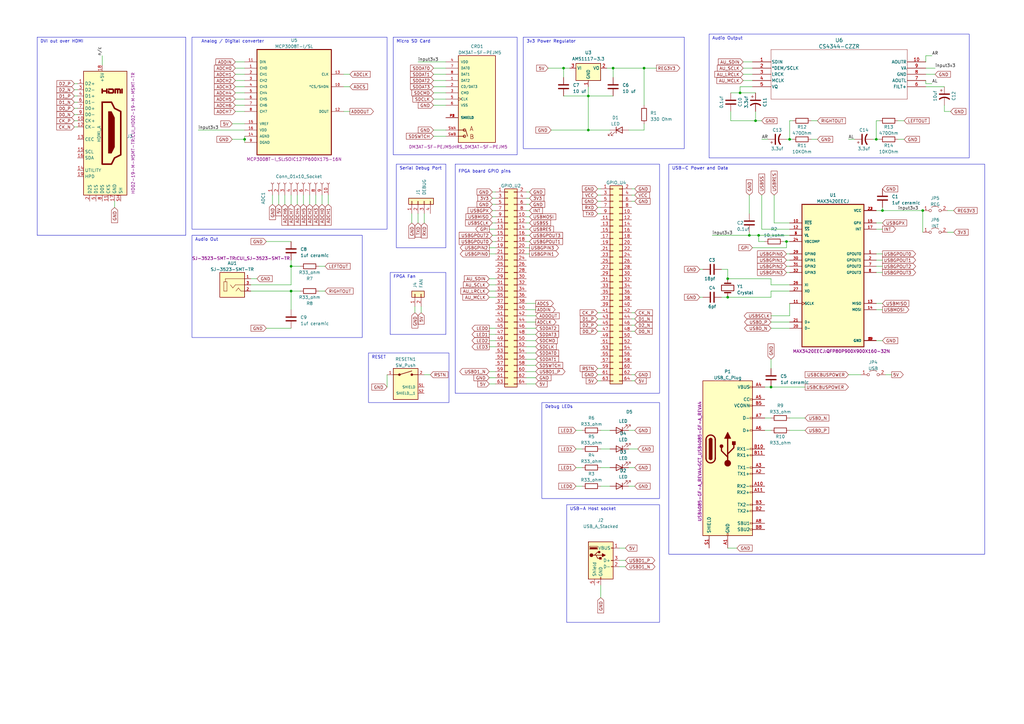
<source format=kicad_sch>
(kicad_sch (version 20230121) (generator eeschema)
  (paper "A3")
  (junction (at 100.33 57.15))
  (junction (at 298.45 121.92))
  (junction (at 359.41 57.15))
  (junction (at 241.3 39.37))
  (junction (at 322.58 99.06))
  (junction (at 231.14 27.94))
  (junction (at 119.38 109.22))
  (junction (at 251.46 27.94))
  (junction (at 303.53 38.1))
  (junction (at 323.85 57.15))
  (junction (at 264.16 27.94))
  (junction (at 298.45 114.3))
  (junction (at 119.38 119.38))
  (junction (at 307.34 96.52))
  (junction (at 241.3 53.34))
  (junction (at 361.95 86.36))
  (junction (at 311.15 96.52))
  (junction (at 378.46 86.36))
  (junction (at 309.88 49.53))
  (junction (at 316.23 158.75))
  (wire (pts (xy 299.72 49.53) (xy 309.88 49.53)))
  (wire (pts (xy 257.81 184.15) (xy 261.62 184.15)))
  (wire (pts (xy 203.2 93.98) (xy 200.66 93.98)))
  (wire (pts (xy 219.71 124.46) (xy 215.9 124.46)))
  (wire (pts (xy 347.98 57.15) (xy 350.52 57.15)))
  (wire (pts (xy 322.58 106.68) (xy 323.85 106.68)))
  (wire (pts (xy 171.45 25.4) (xy 182.88 25.4)))
  (wire (pts (xy 254 224.79) (xy 256.54 224.79)))
  (wire (pts (xy 322.58 111.76) (xy 323.85 111.76)))
  (wire (pts (xy 133.35 109.22) (xy 130.81 109.22)))
  (wire (pts (xy 257.81 53.34) (xy 264.16 53.34)))
  (wire (pts (xy 109.22 134.62) (xy 119.38 134.62)))
  (wire (pts (xy 219.71 139.7) (xy 215.9 139.7)))
  (wire (pts (xy 361.95 86.36) (xy 378.46 86.36)))
  (wire (pts (xy 236.22 184.15) (xy 238.76 184.15)))
  (wire (pts (xy 332.74 57.15) (xy 335.28 57.15)))
  (wire (pts (xy 264.16 43.18) (xy 264.16 27.94)))
  (wire (pts (xy 316.23 114.3) (xy 316.23 116.84)))
  (wire (pts (xy 129.54 80.01) (xy 129.54 83.82)))
  (wire (pts (xy 41.91 26.67) (xy 41.91 22.86)))
  (wire (pts (xy 96.52 38.1) (xy 100.33 38.1)))
  (wire (pts (xy 100.33 57.15) (xy 100.33 55.88)))
  (wire (pts (xy 387.35 43.18) (xy 387.35 45.72)))
  (wire (pts (xy 323.85 124.46) (xy 323.85 129.54)))
  (wire (pts (xy 359.41 93.98) (xy 361.95 93.98)))
  (wire (pts (xy 219.71 152.4) (xy 215.9 152.4)))
  (wire (pts (xy 217.17 81.28) (xy 215.9 81.28)))
  (wire (pts (xy 363.22 153.67) (xy 365.76 153.67)))
  (wire (pts (xy 219.71 132.08) (xy 215.9 132.08)))
  (wire (pts (xy 260.35 80.01) (xy 259.08 80.01)))
  (wire (pts (xy 96.52 33.02) (xy 100.33 33.02)))
  (wire (pts (xy 203.2 101.6) (xy 200.66 101.6)))
  (wire (pts (xy 316.23 129.54) (xy 323.85 129.54)))
  (wire (pts (xy 81.28 53.34) (xy 100.33 53.34)))
  (wire (pts (xy 114.3 83.82) (xy 114.3 80.01)))
  (wire (pts (xy 298.45 110.49) (xy 298.45 114.3)))
  (wire (pts (xy 203.2 81.28) (xy 201.93 81.28)))
  (wire (pts (xy 173.99 153.67) (xy 176.53 153.67)))
  (wire (pts (xy 309.88 49.53) (xy 312.42 49.53)))
  (wire (pts (xy 246.38 80.01) (xy 245.11 80.01)))
  (wire (pts (xy 359.41 106.68) (xy 361.95 106.68)))
  (wire (pts (xy 378.46 86.36) (xy 378.46 95.25)))
  (wire (pts (xy 219.71 134.62) (xy 215.9 134.62)))
  (wire (pts (xy 102.87 119.38) (xy 119.38 119.38)))
  (wire (pts (xy 313.69 158.75) (xy 316.23 158.75)))
  (wire (pts (xy 219.71 154.94) (xy 215.9 154.94)))
  (wire (pts (xy 203.2 154.94) (xy 200.66 154.94)))
  (wire (pts (xy 119.38 119.38) (xy 123.19 119.38)))
  (wire (pts (xy 46.99 85.09) (xy 46.99 82.55)))
  (wire (pts (xy 260.35 82.55) (xy 259.08 82.55)))
  (wire (pts (xy 254 229.87) (xy 256.54 229.87)))
  (wire (pts (xy 307.34 80.01) (xy 307.34 87.63)))
  (wire (pts (xy 317.5 91.44) (xy 323.85 91.44)))
  (wire (pts (xy 358.14 57.15) (xy 359.41 57.15)))
  (wire (pts (xy 257.81 191.77) (xy 260.35 191.77)))
  (wire (pts (xy 257.81 199.39) (xy 260.35 199.39)))
  (wire (pts (xy 96.52 27.94) (xy 100.33 27.94)))
  (wire (pts (xy 298.45 114.3) (xy 316.23 114.3)))
  (wire (pts (xy 140.97 45.72) (xy 143.51 45.72)))
  (wire (pts (xy 177.8 55.88) (xy 182.88 55.88)))
  (wire (pts (xy 295.91 121.92) (xy 298.45 121.92)))
  (wire (pts (xy 140.97 30.48) (xy 143.51 30.48)))
  (wire (pts (xy 299.72 38.1) (xy 303.53 38.1)))
  (wire (pts (xy 233.68 27.94) (xy 231.14 27.94)))
  (wire (pts (xy 219.71 144.78) (xy 215.9 144.78)))
  (wire (pts (xy 322.58 104.14) (xy 323.85 104.14)))
  (wire (pts (xy 133.35 119.38) (xy 130.81 119.38)))
  (wire (pts (xy 171.45 91.44) (xy 171.45 87.63)))
  (wire (pts (xy 359.41 57.15) (xy 360.68 57.15)))
  (wire (pts (xy 299.72 45.72) (xy 299.72 49.53)))
  (wire (pts (xy 246.38 130.81) (xy 245.11 130.81)))
  (wire (pts (xy 200.66 114.3) (xy 203.2 114.3)))
  (wire (pts (xy 303.53 35.56) (xy 303.53 38.1)))
  (wire (pts (xy 173.99 91.44) (xy 173.99 87.63)))
  (wire (pts (xy 219.71 129.54) (xy 215.9 129.54)))
  (wire (pts (xy 248.92 27.94) (xy 251.46 27.94)))
  (wire (pts (xy 203.2 96.52) (xy 201.93 96.52)))
  (wire (pts (xy 217.17 86.36) (xy 215.9 86.36)))
  (wire (pts (xy 388.62 86.36) (xy 391.16 86.36)))
  (wire (pts (xy 31.75 34.29) (xy 30.48 34.29)))
  (wire (pts (xy 303.53 35.56) (xy 308.61 35.56)))
  (wire (pts (xy 260.35 133.35) (xy 259.08 133.35)))
  (wire (pts (xy 388.62 95.25) (xy 391.16 95.25)))
  (wire (pts (xy 217.17 99.06) (xy 215.9 99.06)))
  (wire (pts (xy 246.38 199.39) (xy 250.19 199.39)))
  (wire (pts (xy 219.71 157.48) (xy 215.9 157.48)))
  (wire (pts (xy 217.17 96.52) (xy 215.9 96.52)))
  (wire (pts (xy 246.38 82.55) (xy 245.11 82.55)))
  (wire (pts (xy 307.34 96.52) (xy 311.15 96.52)))
  (wire (pts (xy 203.2 157.48) (xy 200.66 157.48)))
  (wire (pts (xy 203.2 134.62) (xy 200.66 134.62)))
  (wire (pts (xy 361.95 85.09) (xy 361.95 86.36)))
  (wire (pts (xy 219.71 142.24) (xy 215.9 142.24)))
  (wire (pts (xy 219.71 127) (xy 215.9 127)))
  (wire (pts (xy 359.41 139.7) (xy 361.95 139.7)))
  (wire (pts (xy 316.23 134.62) (xy 323.85 134.62)))
  (wire (pts (xy 359.41 86.36) (xy 361.95 86.36)))
  (wire (pts (xy 359.41 124.46) (xy 361.95 124.46)))
  (wire (pts (xy 236.22 176.53) (xy 238.76 176.53)))
  (wire (pts (xy 264.16 53.34) (xy 264.16 50.8)))
  (wire (pts (xy 231.14 39.37) (xy 241.3 39.37)))
  (wire (pts (xy 219.71 137.16) (xy 215.9 137.16)))
  (wire (pts (xy 321.31 99.06) (xy 322.58 99.06)))
  (wire (pts (xy 203.2 86.36) (xy 201.93 86.36)))
  (wire (pts (xy 96.52 45.72) (xy 100.33 45.72)))
  (wire (pts (xy 313.69 171.45) (xy 316.23 171.45)))
  (wire (pts (xy 359.41 91.44) (xy 361.95 91.44)))
  (wire (pts (xy 260.35 128.27) (xy 259.08 128.27)))
  (wire (pts (xy 368.3 57.15) (xy 370.84 57.15)))
  (wire (pts (xy 203.2 152.4) (xy 200.66 152.4)))
  (wire (pts (xy 260.35 156.21) (xy 259.08 156.21)))
  (wire (pts (xy 316.23 147.32) (xy 316.23 151.13)))
  (wire (pts (xy 309.88 45.72) (xy 309.88 49.53)))
  (wire (pts (xy 172.72 125.73) (xy 172.72 128.27)))
  (wire (pts (xy 308.61 101.6) (xy 322.58 101.6)))
  (wire (pts (xy 307.34 95.25) (xy 307.34 96.52)))
  (wire (pts (xy 203.2 142.24) (xy 200.66 142.24)))
  (wire (pts (xy 119.38 116.84) (xy 119.38 109.22)))
  (wire (pts (xy 316.23 116.84) (xy 323.85 116.84)))
  (wire (pts (xy 203.2 88.9) (xy 201.93 88.9)))
  (wire (pts (xy 359.41 109.22) (xy 361.95 109.22)))
  (wire (pts (xy 96.52 25.4) (xy 100.33 25.4)))
  (wire (pts (xy 347.98 153.67) (xy 353.06 153.67)))
  (wire (pts (xy 302.26 224.79) (xy 298.45 224.79)))
  (wire (pts (xy 119.38 106.68) (xy 119.38 109.22)))
  (wire (pts (xy 177.8 38.1) (xy 182.88 38.1)))
  (wire (pts (xy 31.75 44.45) (xy 30.48 44.45)))
  (wire (pts (xy 31.75 52.07) (xy 30.48 52.07)))
  (wire (pts (xy 217.17 104.14) (xy 215.9 104.14)))
  (wire (pts (xy 217.17 88.9) (xy 215.9 88.9)))
  (wire (pts (xy 177.8 35.56) (xy 182.88 35.56)))
  (wire (pts (xy 203.2 104.14) (xy 200.66 104.14)))
  (wire (pts (xy 246.38 153.67) (xy 245.11 153.67)))
  (wire (pts (xy 217.17 93.98) (xy 215.9 93.98)))
  (wire (pts (xy 304.8 25.4) (xy 308.61 25.4)))
  (wire (pts (xy 325.12 49.53) (xy 323.85 49.53)))
  (wire (pts (xy 246.38 240.03) (xy 246.38 245.11)))
  (wire (pts (xy 119.38 80.01) (xy 119.38 83.82)))
  (wire (pts (xy 219.71 149.86) (xy 215.9 149.86)))
  (wire (pts (xy 109.22 99.06) (xy 119.38 99.06)))
  (wire (pts (xy 312.42 80.01) (xy 312.42 93.98)))
  (wire (pts (xy 100.33 57.15) (xy 100.33 58.42)))
  (wire (pts (xy 287.02 121.92) (xy 288.29 121.92)))
  (wire (pts (xy 96.52 35.56) (xy 100.33 35.56)))
  (wire (pts (xy 119.38 119.38) (xy 119.38 127)))
  (wire (pts (xy 124.46 80.01) (xy 124.46 83.82)))
  (wire (pts (xy 203.2 78.74) (xy 201.93 78.74)))
  (wire (pts (xy 203.2 139.7) (xy 200.66 139.7)))
  (wire (pts (xy 311.15 99.06) (xy 311.15 96.52)))
  (wire (pts (xy 200.66 119.38) (xy 203.2 119.38)))
  (wire (pts (xy 246.38 184.15) (xy 250.19 184.15)))
  (wire (pts (xy 217.17 83.82) (xy 215.9 83.82)))
  (wire (pts (xy 241.3 39.37) (xy 251.46 39.37)))
  (wire (pts (xy 257.81 176.53) (xy 260.35 176.53)))
  (wire (pts (xy 231.14 27.94) (xy 231.14 31.75)))
  (wire (pts (xy 96.52 30.48) (xy 100.33 30.48)))
  (wire (pts (xy 246.38 191.77) (xy 250.19 191.77)))
  (wire (pts (xy 304.8 27.94) (xy 308.61 27.94)))
  (wire (pts (xy 246.38 128.27) (xy 245.11 128.27)))
  (wire (pts (xy 254 232.41) (xy 256.54 232.41)))
  (wire (pts (xy 322.58 99.06) (xy 323.85 99.06)))
  (wire (pts (xy 203.2 137.16) (xy 200.66 137.16)))
  (wire (pts (xy 317.5 80.01) (xy 317.5 91.44)))
  (wire (pts (xy 316.23 119.38) (xy 323.85 119.38)))
  (wire (pts (xy 246.38 133.35) (xy 245.11 133.35)))
  (wire (pts (xy 236.22 191.77) (xy 238.76 191.77)))
  (wire (pts (xy 96.52 43.18) (xy 100.33 43.18)))
  (wire (pts (xy 379.73 34.29) (xy 379.73 33.02)))
  (wire (pts (xy 200.66 116.84) (xy 203.2 116.84)))
  (wire (pts (xy 134.62 80.01) (xy 134.62 83.82)))
  (wire (pts (xy 241.3 53.34) (xy 250.19 53.34)))
  (wire (pts (xy 304.8 30.48) (xy 308.61 30.48)))
  (wire (pts (xy 246.38 87.63) (xy 245.11 87.63)))
  (wire (pts (xy 359.41 127) (xy 361.95 127)))
  (wire (pts (xy 132.08 80.01) (xy 132.08 83.82)))
  (wire (pts (xy 379.73 30.48) (xy 383.54 30.48)))
  (wire (pts (xy 200.66 121.92) (xy 203.2 121.92)))
  (wire (pts (xy 303.53 38.1) (xy 309.88 38.1)))
  (wire (pts (xy 168.91 91.44) (xy 168.91 87.63)))
  (wire (pts (xy 245.11 151.13) (xy 246.38 151.13)))
  (wire (pts (xy 389.89 45.72) (xy 387.35 45.72)))
  (wire (pts (xy 217.17 78.74) (xy 215.9 78.74)))
  (wire (pts (xy 287.02 110.49) (xy 288.29 110.49)))
  (wire (pts (xy 116.84 80.01) (xy 116.84 83.82)))
  (wire (pts (xy 264.16 27.94) (xy 269.24 27.94)))
  (wire (pts (xy 224.79 27.94) (xy 231.14 27.94)))
  (wire (pts (xy 111.76 83.82) (xy 111.76 80.01)))
  (wire (pts (xy 217.17 101.6) (xy 215.9 101.6)))
  (wire (pts (xy 241.3 39.37) (xy 241.3 35.56)))
  (wire (pts (xy 31.75 39.37) (xy 30.48 39.37)))
  (wire (pts (xy 102.87 116.84) (xy 119.38 116.84)))
  (wire (pts (xy 246.38 176.53) (xy 250.19 176.53)))
  (wire (pts (xy 311.15 96.52) (xy 323.85 96.52)))
  (wire (pts (xy 260.35 135.89) (xy 259.08 135.89)))
  (wire (pts (xy 379.73 27.94) (xy 383.54 27.94)))
  (wire (pts (xy 102.87 114.3) (xy 105.41 114.3)))
  (wire (pts (xy 95.25 57.15) (xy 100.33 57.15)))
  (wire (pts (xy 31.75 46.99) (xy 30.48 46.99)))
  (wire (pts (xy 312.42 57.15) (xy 314.96 57.15)))
  (wire (pts (xy 260.35 77.47) (xy 259.08 77.47)))
  (wire (pts (xy 359.41 104.14) (xy 361.95 104.14)))
  (wire (pts (xy 379.73 35.56) (xy 387.35 35.56)))
  (wire (pts (xy 95.25 50.8) (xy 100.33 50.8)))
  (wire (pts (xy 304.8 33.02) (xy 308.61 33.02)))
  (wire (pts (xy 158.75 153.67) (xy 158.75 158.75)))
  (wire (pts (xy 322.58 101.6) (xy 322.58 99.06)))
  (wire (pts (xy 316.23 121.92) (xy 316.23 119.38)))
  (wire (pts (xy 298.45 121.92) (xy 316.23 121.92)))
  (wire (pts (xy 177.8 40.64) (xy 182.88 40.64)))
  (wire (pts (xy 177.8 33.02) (xy 182.88 33.02)))
  (wire (pts (xy 313.69 176.53) (xy 316.23 176.53)))
  (wire (pts (xy 260.35 153.67) (xy 259.08 153.67)))
  (wire (pts (xy 170.18 125.73) (xy 170.18 128.27)))
  (wire (pts (xy 226.06 53.34) (xy 241.3 53.34)))
  (wire (pts (xy 251.46 27.94) (xy 251.46 31.75)))
  (wire (pts (xy 368.3 49.53) (xy 370.84 49.53)))
  (wire (pts (xy 359.41 111.76) (xy 361.95 111.76)))
  (wire (pts (xy 219.71 147.32) (xy 215.9 147.32)))
  (wire (pts (xy 323.85 49.53) (xy 323.85 57.15)))
  (wire (pts (xy 316.23 158.75) (xy 330.2 158.75)))
  (wire (pts (xy 295.91 110.49) (xy 298.45 110.49)))
  (wire (pts (xy 31.75 41.91) (xy 30.48 41.91)))
  (wire (pts (xy 96.52 40.64) (xy 100.33 40.64)))
  (wire (pts (xy 177.8 27.94) (xy 182.88 27.94)))
  (wire (pts (xy 31.75 49.53) (xy 30.48 49.53)))
  (wire (pts (xy 203.2 99.06) (xy 201.93 99.06)))
  (wire (pts (xy 360.68 49.53) (xy 359.41 49.53)))
  (wire (pts (xy 292.1 96.52) (xy 307.34 96.52)))
  (wire (pts (xy 127 80.01) (xy 127 83.82)))
  (wire (pts (xy 121.92 80.01) (xy 121.92 83.82)))
  (wire (pts (xy 379.73 22.86) (xy 379.73 25.4)))
  (wire (pts (xy 251.46 27.94) (xy 264.16 27.94)))
  (wire (pts (xy 217.17 91.44) (xy 215.9 91.44)))
  (wire (pts (xy 322.58 57.15) (xy 323.85 57.15)))
  (wire (pts (xy 140.97 35.56) (xy 143.51 35.56)))
  (wire (pts (xy 260.35 130.81) (xy 259.08 130.81)))
  (wire (pts (xy 177.8 43.18) (xy 182.88 43.18)))
  (wire (pts (xy 177.8 53.34) (xy 182.88 53.34)))
  (wire (pts (xy 322.58 109.22) (xy 323.85 109.22)))
  (wire (pts (xy 123.19 109.22) (xy 119.38 109.22)))
  (wire (pts (xy 203.2 83.82) (xy 201.93 83.82)))
  (wire (pts (xy 382.27 22.86) (xy 379.73 22.86)))
  (wire (pts (xy 246.38 77.47) (xy 245.11 77.47)))
  (wire (pts (xy 246.38 85.09) (xy 245.11 85.09)))
  (wire (pts (xy 246.38 156.21) (xy 245.11 156.21)))
  (wire (pts (xy 332.74 49.53) (xy 335.28 49.53)))
  (wire (pts (xy 313.69 99.06) (xy 311.15 99.06)))
  (wire (pts (xy 316.23 132.08) (xy 323.85 132.08)))
  (wire (pts (xy 359.41 49.53) (xy 359.41 57.15)))
  (wire (pts (xy 382.27 34.29) (xy 379.73 34.29)))
  (wire (pts (xy 236.22 199.39) (xy 238.76 199.39)))
  (wire (pts (xy 323.85 176.53) (xy 330.2 176.53)))
  (wire (pts (xy 31.75 36.83) (xy 30.48 36.83)))
  (wire (pts (xy 241.3 39.37) (xy 241.3 53.34)))
  (wire (pts (xy 323.85 171.45) (xy 330.2 171.45)))
  (wire (pts (xy 203.2 91.44) (xy 201.93 91.44)))
  (wire (pts (xy 312.42 93.98) (xy 323.85 93.98)))
  (wire (pts (xy 246.38 135.89) (xy 245.11 135.89)))
  (wire (pts (xy 177.8 30.48) (xy 182.88 30.48)))
  (wire (pts (xy 323.85 57.15) (xy 325.12 57.15)))
  (rectangle (start 290.83 13.97) (end 397.51 64.77))
  (rectangle (start 274.32 67.31) (end 403.86 227.33))
  (rectangle (start 151.13 144.78) (end 184.15 165.1))
  (rectangle (start 78.74 15.24) (end 158.75 93.98))
  (rectangle (start 78.74 96.52) (end 148.59 138.43))
  (rectangle (start 162.56 67.31) (end 182.88 101.6))
  (rectangle (start 161.29 15.24) (end 212.09 63.5))
  (rectangle (start 15.24 15.24) (end 76.2 96.52))
  (rectangle (start 222.25 165.1) (end 270.51 204.47))
  (rectangle (start 186.69 67.31) (end 270.51 161.29))
  (rectangle (start 232.41 207.01) (end 270.51 255.27))
  (rectangle (start 214.63 15.24) (end 280.67 60.96))
  (rectangle (start 160.02 111.76) (end 182.88 137.16))
  (text "Serial Debug Port" (at 163.83 69.85 0) (effects (font (size 1.27 1.27)) (justify left bottom)))
  (text "Audio Output" (at 292.1 16.51 0) (effects (font (size 1.27 1.27)) (justify left bottom)))
  (text "USB-A Host socket" (at 233.68 209.55 0) (effects (font (size 1.27 1.27)) (justify left bottom)))
  (text "FPGA board GPIO pins" (at 187.96 71.12 0) (effects (font (size 1.27 1.27)) (justify left bottom)))
  (text "Micro SD Card" (at 162.56 17.78 0) (effects (font (size 1.27 1.27)) (justify left bottom)))
  (text "USB-C Power and Data" (at 275.59 69.85 0) (effects (font (size 1.27 1.27)) (justify left bottom)))
  (text "Debug LEDs" (at 223.52 167.64 0) (effects (font (size 1.27 1.27)) (justify left bottom)))
  (text "Audio Out" (at 80.01 99.06 0) (effects (font (size 1.27 1.27)) (justify left bottom)))
  (text "RESET" (at 152.4 147.32 0) (effects (font (size 1.27 1.27)) (justify left bottom)))
  (text "3v3 Power Regulator" (at 215.9 17.78 0) (effects (font (size 1.27 1.27)) (justify left bottom)))
  (text "DVI out over HDMI" (at 16.51 17.78 0) (effects (font (size 1.27 1.27)) (justify left bottom)))
  (text "FPGA Fan" (at 161.29 114.3 0) (effects (font (size 1.27 1.27)) (justify left bottom)))
  (text "Analog / Digital converter" (at 82.55 17.78 0) (effects (font (size 1.27 1.27)) (justify left bottom)))
  (label "AR" (at 382.27 22.86 0))
  (label "AL" (at 382.27 34.29 0))
  (label "input3v3" (at 368.3 86.36 0))
  (label "input3v3" (at 81.28 53.34 0))
  (label "input3v3" (at 292.1 96.52 0))
  (label "AL" (at 347.98 57.15 0))
  (label "input3v3" (at 171.45 25.4 0))
  (label "AR" (at 312.42 57.15 0))
  (label "input3v3" (at 383.54 27.94 0))
  (label "n{slash}c" (at 41.91 22.86 90))
  (global_label "USBGPOUT2" (shape input) (at 201.93 96.52 180) (property "Intersheetrefs" "${INTERSHEET_REFS}" (effects hide)))
  (global_label "GND" (shape input) (at 95.25 57.15 180) (property "Intersheetrefs" "${INTERSHEET_REFS}" (effects hide)))
  (global_label "AU_MCLK" (shape input) (at 200.66 121.92 180) (property "Intersheetrefs" "${INTERSHEET_REFS}" (effects hide)))
  (global_label "SDCMD" (shape input) (at 177.8 38.1 180) (property "Intersheetrefs" "${INTERSHEET_REFS}" (effects hide)))
  (global_label "ADCH7" (shape input) (at 119.38 83.82 270) (property "Intersheetrefs" "${INTERSHEET_REFS}" (effects hide)))
  (global_label "REG3V3" (shape input) (at 391.16 86.36 0) (property "Intersheetrefs" "${INTERSHEET_REFS}" (effects hide)))
  (global_label "RIGHTOUT" (shape input) (at 133.35 119.38 0) (property "Intersheetrefs" "${INTERSHEET_REFS}" (effects hide)))
  (global_label "LEFTOUT" (shape input) (at 133.35 109.22 0) (property "Intersheetrefs" "${INTERSHEET_REFS}" (effects hide)))
  (global_label "GND" (shape input) (at 105.41 114.3 0) (property "Intersheetrefs" "${INTERSHEET_REFS}" (effects hide)))
  (global_label "INT" (shape output) (at 361.95 93.98 0) (property "Intersheetrefs" "${INTERSHEET_REFS}" (effects hide)))
  (global_label "ADCH1" (shape input) (at 134.62 83.82 270) (property "Intersheetrefs" "${INTERSHEET_REFS}" (effects hide)))
  (global_label "ADCH3" (shape input) (at 96.52 35.56 180) (property "Intersheetrefs" "${INTERSHEET_REFS}" (effects hide)))
  (global_label "LEFTOUT" (shape input) (at 370.84 49.53 0) (property "Intersheetrefs" "${INTERSHEET_REFS}" (effects hide)))
  (global_label "AU_LRCLK" (shape input) (at 304.8 30.48 180) (property "Intersheetrefs" "${INTERSHEET_REFS}" (effects hide)))
  (global_label "GND" (shape input) (at 260.35 176.53 0) (property "Intersheetrefs" "${INTERSHEET_REFS}" (effects hide)))
  (global_label "REG3V3" (shape output) (at 269.24 27.94 0) (property "Intersheetrefs" "${INTERSHEET_REFS}" (effects hide)))
  (global_label "USBCBUSPOWER" (shape input) (at 347.98 153.67 180) (property "Intersheetrefs" "${INTERSHEET_REFS}" (effects hide)))
  (global_label "ADCH4" (shape input) (at 96.52 38.1 180) (property "Intersheetrefs" "${INTERSHEET_REFS}" (effects hide)))
  (global_label "SDDAT3" (shape input) (at 177.8 35.56 180) (property "Intersheetrefs" "${INTERSHEET_REFS}" (effects hide)))
  (global_label "SDCLK" (shape input) (at 177.8 40.64 180) (property "Intersheetrefs" "${INTERSHEET_REFS}" (effects hide)))
  (global_label "TXD" (shape input) (at 171.45 91.44 270) (property "Intersheetrefs" "${INTERSHEET_REFS}" (effects hide)))
  (global_label "VCC" (shape input) (at 245.11 80.01 180) (property "Intersheetrefs" "${INTERSHEET_REFS}" (effects hide)))
  (global_label "USBRES" (shape input) (at 217.17 93.98 0) (property "Intersheetrefs" "${INTERSHEET_REFS}" (effects hide)))
  (global_label "5V" (shape input) (at 95.25 50.8 180) (property "Intersheetrefs" "${INTERSHEET_REFS}" (effects hide)))
  (global_label "3V3" (shape input) (at 217.17 81.28 0) (property "Intersheetrefs" "${INTERSHEET_REFS}" (effects hide)))
  (global_label "USBGPOUT0" (shape input) (at 201.93 99.06 180) (property "Intersheetrefs" "${INTERSHEET_REFS}" (effects hide)))
  (global_label "ADCS" (shape output) (at 219.71 124.46 0) (property "Intersheetrefs" "${INTERSHEET_REFS}" (effects hide)))
  (global_label "INT" (shape input) (at 217.17 86.36 0) (property "Intersheetrefs" "${INTERSHEET_REFS}" (effects hide)))
  (global_label "5V" (shape input) (at 256.54 224.79 0) (property "Intersheetrefs" "${INTERSHEET_REFS}" (effects hide)))
  (global_label "RXD" (shape input) (at 245.11 85.09 180) (property "Intersheetrefs" "${INTERSHEET_REFS}" (effects hide)))
  (global_label "D1_N" (shape input) (at 30.48 41.91 180) (property "Intersheetrefs" "${INTERSHEET_REFS}" (effects hide)))
  (global_label "D2_N" (shape input) (at 260.35 133.35 0) (property "Intersheetrefs" "${INTERSHEET_REFS}" (effects hide)))
  (global_label "USBGPOUT3" (shape output) (at 361.95 111.76 0) (property "Intersheetrefs" "${INTERSHEET_REFS}" (effects hide)))
  (global_label "USBGPOUT1" (shape output) (at 361.95 106.68 0) (property "Intersheetrefs" "${INTERSHEET_REFS}" (effects hide)))
  (global_label "GND" (shape input) (at 246.38 245.11 270) (property "Intersheetrefs" "${INTERSHEET_REFS}" (effects hide)))
  (global_label "USBD_N" (shape bidirectional) (at 316.23 134.62 180) (property "Intersheetrefs" "${INTERSHEET_REFS}" (effects hide)))
  (global_label "SDSWTCH" (shape input) (at 177.8 55.88 180) (property "Intersheetrefs" "${INTERSHEET_REFS}" (effects hide)))
  (global_label "SDDAT2" (shape input) (at 219.71 134.62 0) (property "Intersheetrefs" "${INTERSHEET_REFS}" (effects hide)))
  (global_label "USBD_P" (shape bidirectional) (at 316.23 132.08 180) (property "Intersheetrefs" "${INTERSHEET_REFS}" (effects hide)))
  (global_label "GND" (shape input) (at 383.54 30.48 0) (property "Intersheetrefs" "${INTERSHEET_REFS}" (effects hide)))
  (global_label "D0_N" (shape input) (at 30.48 46.99 180) (property "Intersheetrefs" "${INTERSHEET_REFS}" (effects hide)))
  (global_label "USBGPIN3" (shape input) (at 322.58 111.76 180) (property "Intersheetrefs" "${INTERSHEET_REFS}" (effects hide)))
  (global_label "D2_P" (shape input) (at 30.48 34.29 180) (property "Intersheetrefs" "${INTERSHEET_REFS}" (effects hide)))
  (global_label "GND" (shape input) (at 46.99 85.09 270) (property "Intersheetrefs" "${INTERSHEET_REFS}" (effects hide)))
  (global_label "SDSWTCH" (shape input) (at 219.71 149.86 0) (property "Intersheetrefs" "${INTERSHEET_REFS}" (effects hide)))
  (global_label "USBGPOUT3" (shape input) (at 217.17 96.52 0) (property "Intersheetrefs" "${INTERSHEET_REFS}" (effects hide)))
  (global_label "GND" (shape input) (at 287.02 121.92 180) (property "Intersheetrefs" "${INTERSHEET_REFS}" (effects hide)))
  (global_label "5V" (shape input) (at 200.66 157.48 180) (property "Intersheetrefs" "${INTERSHEET_REFS}" (effects hide)))
  (global_label "5V" (shape input) (at 245.11 156.21 180) (property "Intersheetrefs" "${INTERSHEET_REFS}" (effects hide)))
  (global_label "GND" (shape input) (at 168.91 91.44 270) (property "Intersheetrefs" "${INTERSHEET_REFS}" (effects hide)))
  (global_label "ADCH5" (shape input) (at 96.52 40.64 180) (property "Intersheetrefs" "${INTERSHEET_REFS}" (effects hide)))
  (global_label "D2_P" (shape input) (at 245.11 133.35 180) (property "Intersheetrefs" "${INTERSHEET_REFS}" (effects hide)))
  (global_label "GND" (shape input) (at 200.66 154.94 180) (property "Intersheetrefs" "${INTERSHEET_REFS}" (effects hide)))
  (global_label "USBCBUSPOWER" (shape output) (at 330.2 158.75 0) (property "Intersheetrefs" "${INTERSHEET_REFS}" (effects hide)))
  (global_label "GND" (shape input) (at 245.11 82.55 180) (property "Intersheetrefs" "${INTERSHEET_REFS}" (effects hide)))
  (global_label "GND" (shape input) (at 316.23 147.32 90) (property "Intersheetrefs" "${INTERSHEET_REFS}" (effects hide)))
  (global_label "ADDIN" (shape output) (at 219.71 127 0) (property "Intersheetrefs" "${INTERSHEET_REFS}" (effects hide)))
  (global_label "USBSS" (shape input) (at 312.42 80.01 90) (property "Intersheetrefs" "${INTERSHEET_REFS}" (effects hide)))
  (global_label "AU_LRCLK" (shape input) (at 200.66 119.38 180) (property "Intersheetrefs" "${INTERSHEET_REFS}" (effects hide)))
  (global_label "GND" (shape input) (at 245.11 153.67 180) (property "Intersheetrefs" "${INTERSHEET_REFS}" (effects hide)))
  (global_label "ADCH2" (shape input) (at 127 83.82 270) (property "Intersheetrefs" "${INTERSHEET_REFS}" (effects hide)))
  (global_label "ADCLK" (shape output) (at 219.71 132.08 0) (property "Intersheetrefs" "${INTERSHEET_REFS}" (effects hide)))
  (global_label "USBGPIN3" (shape output) (at 217.17 101.6 0) (property "Intersheetrefs" "${INTERSHEET_REFS}" (effects hide)))
  (global_label "GND" (shape input) (at 201.93 83.82 180) (property "Intersheetrefs" "${INTERSHEET_REFS}" (effects hide)))
  (global_label "GND" (shape input) (at 361.95 77.47 0) (property "Intersheetrefs" "${INTERSHEET_REFS}" (effects hide)))
  (global_label "SDCMD" (shape input) (at 219.71 139.7 0) (property "Intersheetrefs" "${INTERSHEET_REFS}" (effects hide)))
  (global_label "TXD" (shape input) (at 245.11 87.63 180) (property "Intersheetrefs" "${INTERSHEET_REFS}" (effects hide)))
  (global_label "AU_SCLK" (shape input) (at 304.8 27.94 180) (property "Intersheetrefs" "${INTERSHEET_REFS}" (effects hide)))
  (global_label "USBGPIN0" (shape input) (at 322.58 104.14 180) (property "Intersheetrefs" "${INTERSHEET_REFS}" (effects hide)))
  (global_label "USBD1_P" (shape bidirectional) (at 256.54 229.87 0) (property "Intersheetrefs" "${INTERSHEET_REFS}" (effects hide)))
  (global_label "GND" (shape input) (at 312.42 49.53 0) (property "Intersheetrefs" "${INTERSHEET_REFS}" (effects hide)))
  (global_label "CK_N" (shape input) (at 260.35 128.27 0) (property "Intersheetrefs" "${INTERSHEET_REFS}" (effects hide)))
  (global_label "LED1" (shape output) (at 200.66 137.16 180) (property "Intersheetrefs" "${INTERSHEET_REFS}" (effects hide)))
  (global_label "3V3" (shape input) (at 201.93 81.28 180) (property "Intersheetrefs" "${INTERSHEET_REFS}" (effects hide)))
  (global_label "GPI" (shape output) (at 200.66 93.98 180) (property "Intersheetrefs" "${INTERSHEET_REFS}" (effects hide)))
  (global_label "GND" (shape input) (at 370.84 57.15 0) (property "Intersheetrefs" "${INTERSHEET_REFS}" (effects hide)))
  (global_label "GND" (shape input) (at 361.95 139.7 0) (property "Intersheetrefs" "${INTERSHEET_REFS}" (effects hide)))
  (global_label "GND" (shape input) (at 226.06 53.34 180) (property "Intersheetrefs" "${INTERSHEET_REFS}" (effects hide)))
  (global_label "5V" (shape input) (at 224.79 27.94 180) (property "Intersheetrefs" "${INTERSHEET_REFS}" (effects hide)))
  (global_label "D0_P" (shape input) (at 30.48 44.45 180) (property "Intersheetrefs" "${INTERSHEET_REFS}" (effects hide)))
  (global_label "ADCH6" (shape input) (at 96.52 43.18 180) (property "Intersheetrefs" "${INTERSHEET_REFS}" (effects hide)))
  (global_label "GND" (shape input) (at 260.35 199.39 0) (property "Intersheetrefs" "${INTERSHEET_REFS}" (effects hide)))
  (global_label "GND" (shape input) (at 335.28 57.15 0) (property "Intersheetrefs" "${INTERSHEET_REFS}" (effects hide)))
  (global_label "ADCH6" (shape input) (at 116.84 83.82 270) (property "Intersheetrefs" "${INTERSHEET_REFS}" (effects hide)))
  (global_label "USBMISO" (shape input) (at 201.93 88.9 180) (property "Intersheetrefs" "${INTERSHEET_REFS}" (effects hide)))
  (global_label "AU_MCLK" (shape input) (at 304.8 33.02 180) (property "Intersheetrefs" "${INTERSHEET_REFS}" (effects hide)))
  (global_label "ADCH0" (shape input) (at 132.08 83.82 270) (property "Intersheetrefs" "${INTERSHEET_REFS}" (effects hide)))
  (global_label "GND" (shape input) (at 170.18 128.27 270) (property "Intersheetrefs" "${INTERSHEET_REFS}" (effects hide)))
  (global_label "GPI" (shape input) (at 308.61 101.6 180) (property "Intersheetrefs" "${INTERSHEET_REFS}" (effects hide)))
  (global_label "CK_N" (shape input) (at 30.48 52.07 180) (property "Intersheetrefs" "${INTERSHEET_REFS}" (effects hide)))
  (global_label "LED3" (shape input) (at 236.22 176.53 180) (property "Intersheetrefs" "${INTERSHEET_REFS}" (effects hide)))
  (global_label "5V" (shape input) (at 114.3 83.82 270) (property "Intersheetrefs" "${INTERSHEET_REFS}" (effects hide)))
  (global_label "LED3" (shape output) (at 200.66 142.24 180) (property "Intersheetrefs" "${INTERSHEET_REFS}" (effects hide)))
  (global_label "D2_N" (shape input) (at 30.48 36.83 180) (property "Intersheetrefs" "${INTERSHEET_REFS}" (effects hide)))
  (global_label "5V" (shape input) (at 260.35 156.21 0) (property "Intersheetrefs" "${INTERSHEET_REFS}" (effects hide)))
  (global_label "LED2" (shape input) (at 236.22 184.15 180) (property "Intersheetrefs" "${INTERSHEET_REFS}" (effects hide)))
  (global_label "ADCLK" (shape input) (at 143.51 30.48 0) (property "Intersheetrefs" "${INTERSHEET_REFS}" (effects hide)))
  (global_label "ADDIN" (shape input) (at 96.52 25.4 180) (property "Intersheetrefs" "${INTERSHEET_REFS}" (effects hide)))
  (global_label "RIGHTOUT" (shape input) (at 335.28 49.53 0) (property "Intersheetrefs" "${INTERSHEET_REFS}" (effects hide)))
  (global_label "ADCH2" (shape input) (at 96.52 33.02 180) (property "Intersheetrefs" "${INTERSHEET_REFS}" (effects hide)))
  (global_label "USBD_P" (shape input) (at 330.2 176.53 0) (property "Intersheetrefs" "${INTERSHEET_REFS}" (effects hide)))
  (global_label "LED0" (shape output) (at 200.66 134.62 180) (property "Intersheetrefs" "${INTERSHEET_REFS}" (effects hide)))
  (global_label "GND" (shape input) (at 158.75 158.75 180) (property "Intersheetrefs" "${INTERSHEET_REFS}" (effects hide)))
  (global_label "LED2" (shape output) (at 200.66 139.7 180) (property "Intersheetrefs" "${INTERSHEET_REFS}" (effects hide)))
  (global_label "GND" (shape input) (at 307.34 80.01 90) (property "Intersheetrefs" "${INTERSHEET_REFS}" (effects hide)))
  (global_label "USBGPIN2" (shape output) (at 200.66 101.6 180) (property "Intersheetrefs" "${INTERSHEET_REFS}" (effects hide)))
  (global_label "ADCH3" (shape input) (at 129.54 83.82 270) (property "Intersheetrefs" "${INTERSHEET_REFS}" (effects hide)))
  (global_label "GND" (shape input) (at 245.11 77.47 180) (property "Intersheetrefs" "${INTERSHEET_REFS}" (effects hide)))
  (global_label "SDDAT1" (shape input) (at 177.8 30.48 180) (property "Intersheetrefs" "${INTERSHEET_REFS}" (effects hide)))
  (global_label "USBMOSI" (shape output) (at 361.95 127 0) (property "Intersheetrefs" "${INTERSHEET_REFS}" (effects hide)))
  (global_label "USBSS" (shape input) (at 217.17 91.44 0) (property "Intersheetrefs" "${INTERSHEET_REFS}" (effects hide)))
  (global_label "GND" (shape input) (at 217.17 83.82 0) (property "Intersheetrefs" "${INTERSHEET_REFS}" (effects hide)))
  (global_label "3V3" (shape input) (at 391.16 95.25 0) (property "Intersheetrefs" "${INTERSHEET_REFS}" (effects hide)))
  (global_label "USBD1_N" (shape bidirectional) (at 256.54 232.41 0) (property "Intersheetrefs" "${INTERSHEET_REFS}" (effects hide)))
  (global_label "GND" (shape input) (at 201.93 78.74 180) (property "Intersheetrefs" "${INTERSHEET_REFS}" (effects hide)))
  (global_label "ADCH1" (shape input) (at 96.52 30.48 180) (property "Intersheetrefs" "${INTERSHEET_REFS}" (effects hide)))
  (global_label "USBD1_N" (shape bidirectional) (at 200.66 152.4 180) (property "Intersheetrefs" "${INTERSHEET_REFS}" (effects hide)))
  (global_label "USBRES" (shape input) (at 317.5 80.01 90) (property "Intersheetrefs" "${INTERSHEET_REFS}" (effects hide)))
  (global_label "USBD_N" (shape input) (at 330.2 171.45 0) (property "Intersheetrefs" "${INTERSHEET_REFS}" (effects hide)))
  (global_label "RXD" (shape input) (at 173.99 91.44 270) (property "Intersheetrefs" "${INTERSHEET_REFS}" (effects hide)))
  (global_label "D1_P" (shape input) (at 30.48 39.37 180) (property "Intersheetrefs" "${INTERSHEET_REFS}" (effects hide)))
  (global_label "USBSCLK" (shape output) (at 316.23 129.54 180) (property "Intersheetrefs" "${INTERSHEET_REFS}" (effects hide)))
  (global_label "ADCH7" (shape input) (at 96.52 45.72 180) (property "Intersheetrefs" "${INTERSHEET_REFS}" (effects hide)))
  (global_label "GND" (shape input) (at 302.26 224.79 0) (property "Intersheetrefs" "${INTERSHEET_REFS}" (effects hide)))
  (global_label "SDDAT2" (shape input) (at 177.8 33.02 180) (property "Intersheetrefs" "${INTERSHEET_REFS}" (effects hide)))
  (global_label "RSTN" (shape input) (at 245.11 151.13 180) (property "Intersheetrefs" "${INTERSHEET_REFS}" (effects hide)))
  (global_label "AU_SDIN" (shape input) (at 200.66 114.3 180) (property "Intersheetrefs" "${INTERSHEET_REFS}" (effects hide)))
  (global_label "GND" (shape input) (at 261.62 184.15 0) (property "Intersheetrefs" "${INTERSHEET_REFS}" (effects hide)))
  (global_label "USBGPX" (shape input) (at 201.93 86.36 180) (property "Intersheetrefs" "${INTERSHEET_REFS}" (effects hide)))
  (global_label "ADCH4" (shape input) (at 121.92 83.82 270) (property "Intersheetrefs" "${INTERSHEET_REFS}" (effects hide)))
  (global_label "D1_N" (shape input) (at 260.35 130.81 0) (property "Intersheetrefs" "${INTERSHEET_REFS}" (effects hide)))
  (global_label "5V" (shape input) (at 219.71 157.48 0) (property "Intersheetrefs" "${INTERSHEET_REFS}" (effects hide)))
  (global_label "AU_SCLK" (shape input) (at 200.66 116.84 180) (property "Intersheetrefs" "${INTERSHEET_REFS}" (effects hide)))
  (global_label "RSTN" (shape input) (at 176.53 153.67 0) (property "Intersheetrefs" "${INTERSHEET_REFS}" (effects hide)))
  (global_label "LED1" (shape input) (at 236.22 191.77 180) (property "Intersheetrefs" "${INTERSHEET_REFS}" (effects hide)))
  (global_label "VCC" (shape input) (at 260.35 80.01 0) (property "Intersheetrefs" "${INTERSHEET_REFS}" (effects hide)))
  (global_label "GND" (shape input) (at 287.02 110.49 180) (property "Intersheetrefs" "${INTERSHEET_REFS}" (effects hide)))
  (global_label "SDDAT1" (shape input) (at 219.71 147.32 0) (property "Intersheetrefs" "${INTERSHEET_REFS}" (effects hide)))
  (global_label "USBGPIN2" (shape input) (at 322.58 109.22 180) (property "Intersheetrefs" "${INTERSHEET_REFS}" (effects hide)))
  (global_label "USBGPIN1" (shape input) (at 322.58 106.68 180) (property "Intersheetrefs" "${INTERSHEET_REFS}" (effects hide)))
  (global_label "USBGPOUT0" (shape output) (at 361.95 104.14 0) (property "Intersheetrefs" "${INTERSHEET_REFS}" (effects hide)))
  (global_label "GND" (shape input) (at 260.35 82.55 0) (property "Intersheetrefs" "${INTERSHEET_REFS}" (effects hide)))
  (global_label "SDDAT3" (shape input) (at 219.71 137.16 0) (property "Intersheetrefs" "${INTERSHEET_REFS}" (effects hide)))
  (global_label "SDCLK" (shape input) (at 219.71 142.24 0) (property "Intersheetrefs" "${INTERSHEET_REFS}" (effects hide)))
  (global_label "SDDAT0" (shape input) (at 219.71 144.78 0) (property "Intersheetrefs" "${INTERSHEET_REFS}" (effects hide)))
  (global_label "AU_SDIN" (shape input) (at 304.8 25.4 180) (property "Intersheetrefs" "${INTERSHEET_REFS}" (effects hide)))
  (global_label "GND" (shape input) (at 177.8 43.18 180) (property "Intersheetrefs" "${INTERSHEET_REFS}" (effects hide)))
  (global_label "USBD1_P" (shape bidirectional) (at 219.71 152.4 0) (property "Intersheetrefs" "${INTERSHEET_REFS}" (effects hide)))
  (global_label "GND" (shape input) (at 111.76 83.82 270) (property "Intersheetrefs" "${INTERSHEET_REFS}" (effects hide)))
  (global_label "GND" (shape input) (at 219.71 154.94 0) (property "Intersheetrefs" "${INTERSHEET_REFS}" (effects hide)))
  (global_label "D0_P" (shape input) (at 245.11 135.89 180) (property "Intersheetrefs" "${INTERSHEET_REFS}" (effects hide)))
  (global_label "GND" (shape input) (at 389.89 45.72 0) (property "Intersheetrefs" "${INTERSHEET_REFS}" (effects hide)))
  (global_label "5V" (shape input) (at 172.72 128.27 270) (property "Intersheetrefs" "${INTERSHEET_REFS}" (effects hide)))
  (global_label "CK_P" (shape input) (at 245.11 128.27 180) (property "Intersheetrefs" "${INTERSHEET_REFS}" (effects hide)))
  (global_label "GND" (shape input) (at 217.17 78.74 0) (property "Intersheetrefs" "${INTERSHEET_REFS}" (effects hide)))
  (global_label "USBGPOUT2" (shape output) (at 361.95 109.22 0) (property "Intersheetrefs" "${INTERSHEET_REFS}" (effects hide)))
  (global_label "CK_P" (shape input) (at 30.48 49.53 180) (property "Intersheetrefs" "${INTERSHEET_REFS}" (effects hide)))
  (global_label "GND" (shape input) (at 109.22 134.62 180) (property "Intersheetrefs" "${INTERSHEET_REFS}" (effects hide)))
  (global_label "USBGPIN1" (shape output) (at 217.17 104.14 0) (property "Intersheetrefs" "${INTERSHEET_REFS}" (effects hide)))
  (global_label "GND" (shape input) (at 177.8 53.34 180) (property "Intersheetrefs" "${INTERSHEET_REFS}" (effects hide)))
  (global_label "USBSCLK" (shape input) (at 201.93 91.44 180) (property "Intersheetrefs" "${INTERSHEET_REFS}" (effects hide)))
  (global_label "ADCH5" (shape input) (at 124.46 83.82 270) (property "Intersheetrefs" "${INTERSHEET_REFS}" (effects hide)))
  (global_label "USBMISO" (shape input) (at 361.95 124.46 0) (property "Intersheetrefs" "${INTERSHEET_REFS}" (effects hide)))
  (global_label "GND" (shape input) (at 260.35 191.77 0) (property "Intersheetrefs" "${INTERSHEET_REFS}" (effects hide)))
  (global_label "GND" (shape input) (at 109.22 99.06 180) (property "Intersheetrefs" "${INTERSHEET_REFS}" (effects hide)))
  (global_label "ADDOUT" (shape output) (at 143.51 45.72 0) (property "Intersheetrefs" "${INTERSHEET_REFS}" (effects hide)))
  (global_label "D0_N" (shape input) (at 260.35 135.89 0) (property "Intersheetrefs" "${INTERSHEET_REFS}" (effects hide)))
  (global_label "D1_P" (shape input) (at 245.11 130.81 180) (property "Intersheetrefs" "${INTERSHEET_REFS}" (effects hide)))
  (global_label "GND" (shape input) (at 260.35 153.67 0) (property "Intersheetrefs" "${INTERSHEET_REFS}" (effects hide)))
  (global_label "ADCS" (shape input) (at 143.51 35.56 0) (property "Intersheetrefs" "${INTERSHEET_REFS}" (effects hide)))
  (global_label "USBGPIN0" (shape output) (at 200.66 104.14 180) (property "Intersheetrefs" "${INTERSHEET_REFS}" (effects hide)))
  (global_label "SDDAT0" (shape input) (at 177.8 27.94 180) (property "Intersheetrefs" "${INTERSHEET_REFS}" (effects hide)))
  (global_label "USBMOSI" (shape input) (at 217.17 88.9 0) (property "Intersheetrefs" "${INTERSHEET_REFS}" (effects hide)))
  (global_label "GND" (shape input) (at 260.35 77.47 0) (property "Intersheetrefs" "${INTERSHEET_REFS}" (effects hide)))
  (global_label "5V" (shape output) (at 365.76 153.67 0) (property "Intersheetrefs" "${INTERSHEET_REFS}" (effects hide)))
  (global_label "USBGPX" (shape input) (at 361.95 91.44 0) (property "Intersheetrefs" "${INTERSHEET_REFS}" (effects hide)))
  (global_label "USBGPOUT1" (shape input) (at 217.17 99.06 0) (property "Intersheetrefs" "${INTERSHEET_REFS}" (effects hide)))
  (global_label "ADDOUT" (shape input) (at 219.71 129.54 0) (property "Intersheetrefs" "${INTERSHEET_REFS}" (effects hide)))
  (global_label "ADCH0" (shape input) (at 96.52 27.94 180) (property "Intersheetrefs" "${INTERSHEET_REFS}" (effects hide)))
  (global_label "LED0" (shape input) (at 236.22 199.39 180) (property "Intersheetrefs" "${INTERSHEET_REFS}" (effects hide)))
  (symbol (lib_id "Device:C") (at 316.23 154.94 0) (unit 1)
    (property "Reference" "C5" (at 320.04 154.305 0) (effects (justify left)))
    (property "Value" "1uf ceramic" (at 320.04 156.845 0) (effects (justify left)))
    (property "Footprint" "Capacitor_SMD:C_0603_1608Metric_Pad1.08x0.95mm_HandSolder" (effects hide))
  )
  (symbol (lib_id "Device:Crystal") (at 298.45 118.11 270) (unit 1)
    (property "Reference" "Y1" (at 302.26 117.475 90) (effects (justify left)))
    (property "Value" "Crystal" (at 302.26 120.015 90) (effects (justify left)))
    (property "Footprint" "Crystal:Crystal_AT310_D3.0mm_L10.0mm_Horizontal" (effects hide))
  )
  (symbol (lib_id "Device:R") (at 242.57 191.77 90) (unit 1)
    (property "Reference" "R4" (at 242.57 186.69 90))
    (property "Value" "R33_ohm" (at 242.57 189.23 90))
    (property "Footprint" "Resistor_SMD:R_0603_1608Metric_Pad0.98x0.95mm_HandSolder" (effects hide))
  )
  (symbol (lib_id "Device:R") (at 127 119.38 270) (unit 1)
    (property "Reference" "R8" (at 127 124.46 90))
    (property "Value" "R33_ohm" (at 127 121.92 90))
    (property "Footprint" "Resistor_SMD:R_0603_1608Metric_Pad0.98x0.95mm_HandSolder" (effects hide))
  )
  (symbol (lib_id "Device:C") (at 292.1 110.49 90) (unit 1)
    (property "Reference" "C3" (at 293.37 106.68 90) (effects (justify left)))
    (property "Value" "18pf" (at 293.37 114.3 90) (effects (justify left)))
    (property "Footprint" "Capacitor_SMD:C_0603_1608Metric_Pad1.08x0.95mm_HandSolder" (effects hide))
  )
  (symbol (lib_id "Device:R") (at 328.93 57.15 90) (unit 1)
    (property "Reference" "R11" (at 328.93 59.69 90))
    (property "Value" "10KOhm" (at 328.93 62.23 90))
    (property "Footprint" "Resistor_THT:R_Axial_DIN0207_L6.3mm_D2.5mm_P7.62mm_Horizontal" (effects hide))
  )
  (symbol (lib_id "Device:R") (at 364.49 49.53 90) (unit 1)
    (property "Reference" "R13" (at 364.49 52.07 90))
    (property "Value" "470Ohm" (at 364.49 54.61 90))
    (property "Footprint" "Resistor_THT:R_Axial_DIN0204_L3.6mm_D1.6mm_P5.08mm_Horizontal" (effects hide))
  )
  (symbol (lib_id "Device:C") (at 231.14 35.56 0) (unit 1)
    (property "Reference" "C7" (at 234.95 34.925 0) (effects (justify left)))
    (property "Value" "10 uf" (at 234.95 37.465 0) (effects (justify left)))
    (property "Footprint" "Capacitor_SMD:C_0805_2012Metric_Pad1.18x1.45mm_HandSolder" (effects hide))
  )
  (symbol (lib_id "Device:R") (at 264.16 46.99 0) (unit 1)
    (property "Reference" "R1" (at 266.7 46.355 0) (effects (justify left)))
    (property "Value" "330 Ohm" (at 266.7 48.895 0) (effects (justify left)))
    (property "Footprint" "Resistor_SMD:R_0603_1608Metric_Pad0.98x0.95mm_HandSolder" (effects hide))
  )
  (symbol (lib_id "Device:C") (at 361.95 81.28 0) (unit 1)
    (property "Reference" "C1" (at 365.76 80.645 0) (effects (justify left)))
    (property "Value" "1uf ceramic" (at 365.76 83.185 0) (effects (justify left)))
    (property "Footprint" "Capacitor_SMD:C_0603_1608Metric_Pad1.08x0.95mm_HandSolder" (effects hide))
  )
  (symbol (lib_id "Device:R") (at 320.04 171.45 90) (unit 1)
    (property "Reference" "R9" (at 320.04 166.37 90))
    (property "Value" "R33_ohm" (at 320.04 168.91 90))
    (property "Footprint" "Resistor_SMD:R_0603_1608Metric_Pad0.98x0.95mm_HandSolder" (effects hide))
  )
  (symbol (lib_id "DM3AT-SF-PEJM5:DM3AT-SF-PEJM5") (at 195.58 40.64 0) (unit 1)
    (property "Reference" "CRD1" (at 193.04 19.05 0) (effects (justify left)))
    (property "Value" "DM3AT-SF-PEJM5" (at 187.96 21.59 0) (effects (justify left)))
    (property "Footprint" "DM3AT-SF-PEJM5:HRS_DM3AT-SF-PEJM5" (at 167.64 60.96 0) (effects (justify left bottom)))
    (property "PRICE" "None" (effects hide))
    (property "PACKAGE" "None" (effects hide))
    (property "MF" "Hirose" (effects hide))
    (property "AVAILABILITY" "Unavailable" (effects hide))
    (property "DESCRIPTION" "DM3 RA SMT microSD memory card push/push" (effects hide))
    (property "MP" "DM3AT-SF-PEJM5" (effects hide))
  )
  (symbol (lib_id "Device:LED") (at 254 53.34 0) (unit 1)
    (property "Reference" "D1" (at 252.4125 48.26 0))
    (property "Value" "LED" (at 252.4125 50.8 0))
    (property "Footprint" "LED_SMD:LED_1206_3216Metric_Pad1.42x1.75mm_HandSolder" (effects hide))
  )
  (symbol (lib_id "Device:C") (at 119.38 130.81 0) (unit 1)
    (property "Reference" "C9" (at 123.19 130.175 0) (effects (justify left)))
    (property "Value" "1uf ceramic" (at 123.19 132.715 0) (effects (justify left)))
    (property "Footprint" "Capacitor_SMD:C_0603_1608Metric_Pad1.08x0.95mm_HandSolder" (effects hide))
  )
  (symbol (lib_id "Device:C_Polarized_US") (at 387.35 39.37 0) (unit 1)
    (property "Reference" "C12" (at 391.16 39.37 90))
    (property "Value" "10uf" (at 383.54 39.37 90))
    (property "Footprint" "Capacitor_SMD:CP_Elec_6.3x5.9" (effects hide))
  )
  (symbol (lib_id "Device:R") (at 242.57 199.39 90) (unit 1)
    (property "Reference" "R3" (at 242.57 194.31 90))
    (property "Value" "R33_ohm" (at 242.57 196.85 90))
    (property "Footprint" "Resistor_SMD:R_0603_1608Metric_Pad0.98x0.95mm_HandSolder" (effects hide))
  )
  (symbol (lib_id "Device:C") (at 119.38 102.87 0) (unit 1)
    (property "Reference" "C8" (at 123.19 102.235 0) (effects (justify left)))
    (property "Value" "1uf ceramic" (at 123.19 104.775 0) (effects (justify left)))
    (property "Footprint" "Capacitor_SMD:C_0603_1608Metric_Pad1.08x0.95mm_HandSolder" (effects hide))
  )
  (symbol (lib_id "Device:LED") (at 254 176.53 180) (unit 1)
    (property "Reference" "D5" (at 258.1275 168.91 0))
    (property "Value" "LED" (at 255.5875 172.72 0))
    (property "Footprint" "LED_SMD:LED_1206_3216Metric_Pad1.42x1.75mm_HandSolder" (effects hide))
  )
  (symbol (lib_id "Device:R") (at 242.57 176.53 90) (unit 1)
    (property "Reference" "R6" (at 242.57 171.45 90))
    (property "Value" "R33_ohm" (at 242.57 173.99 90))
    (property "Footprint" "Resistor_SMD:R_0603_1608Metric_Pad0.98x0.95mm_HandSolder" (effects hide))
  )
  (symbol (lib_id "Connector:Conn_01x10_Socket") (at 121.92 74.93 90) (unit 1)
    (property "Reference" "ADC1" (at 107.95 83.82 0) (effects (justify left)))
    (property "Value" "Conn_01x10_Socket" (at 132.08 72.39 90) (effects (justify left)))
    (property "Footprint" "Connector_PinSocket_2.54mm:PinSocket_2x05_P2.54mm_Horizontal" (effects hide))
  )
  (symbol (lib_id "Device:R") (at 364.49 57.15 90) (unit 1)
    (property "Reference" "R14" (at 364.49 59.69 90))
    (property "Value" "10KOhm" (at 364.49 62.23 90))
    (property "Footprint" "Resistor_THT:R_Axial_DIN0207_L6.3mm_D2.5mm_P7.62mm_Horizontal" (effects hide))
  )
  (symbol (lib_id "Device:LED") (at 254 184.15 180) (unit 1)
    (property "Reference" "D4" (at 255.5875 177.8 0))
    (property "Value" "LED" (at 255.5875 180.34 0))
    (property "Footprint" "LED_SMD:LED_1206_3216Metric_Pad1.42x1.75mm_HandSolder" (effects hide))
  )
  (symbol (lib_id "Regulator_Linear:AMS1117-3.3") (at 241.3 27.94 0) (unit 1)
    (property "Reference" "U3" (at 241.3 21.59 0))
    (property "Value" "AMS1117-3.3" (at 241.3 24.13 0))
    (property "Footprint" "Package_TO_SOT_SMD:SOT-89-3_Handsoldering" (effects hide))
    (property "Datasheet" "http://www.advanced-monolithic.com/pdf/ds1117.pdf" (effects hide))
  )
  (symbol (lib_id "SJ-3523-SMT-TR:SJ-3523-SMT-TR") (at 95.25 116.84 0) (unit 1)
    (property "Reference" "AU1" (at 95.25 107.95 0))
    (property "Value" "SJ-3523-SMT-TR" (at 95.25 110.49 0))
    (property "Footprint" "SJ-3523-SMT-TR:CUI_SJ-3523-SMT-TR" (at 78.74 106.68 0) (effects (justify left bottom)))
    (property "STANDARD" "Manufacturer recommendations" (effects hide))
    (property "MF" "CUI Inc" (effects hide))
  )
  (symbol (lib_id "Connector_Generic:Conn_02x32_Odd_Even") (at 208.28 116.84 0) (unit 1)
    (property "Reference" "U2" (effects hide))
    (property "Value" "GPIO_U2" (at 209.55 76.2 0))
    (property "Footprint" "Connector_PinSocket_2.54mm:PinSocket_2x32_P2.54mm_Vertical" (effects hide))
  )
  (symbol (lib_id "Device:C_Polarized_US") (at 318.77 57.15 90) (unit 1)
    (property "Reference" "C13" (at 318.77 53.34 90))
    (property "Value" "3.3uf" (at 318.77 60.96 90))
    (property "Footprint" "Capacitor_THT:CP_Radial_D10.0mm_P5.00mm" (effects hide))
  )
  (symbol (lib_id "Connector_Generic:Conn_02x32_Odd_Even") (at 251.46 115.57 0) (unit 1)
    (property "Reference" "U4" (effects hide))
    (property "Value" "GPIO_U4" (at 252.73 74.93 0))
    (property "Footprint" "Connector_PinSocket_2.54mm:PinSocket_2x32_P2.54mm_Vertical" (effects hide))
  )
  (symbol (lib_id "Device:R") (at 127 109.22 270) (unit 1)
    (property "Reference" "R7" (at 127 114.3 90))
    (property "Value" "R33_ohm" (at 127 111.76 90))
    (property "Footprint" "Resistor_SMD:R_0603_1608Metric_Pad0.98x0.95mm_HandSolder" (effects hide))
  )
  (symbol (lib_id "MCP3008T-I_SL:MCP3008T-I{slash}SL") (at 120.65 38.1 0) (unit 1)
    (property "Reference" "U5" (at 120.65 16.51 0))
    (property "Value" "MCP3008T-I/SL" (at 120.65 19.05 0))
    (property "Footprint" "MCP3008T-I_SL:SOIC127P600X175-16N" (at 120.65 66.04 0) (effects (justify bottom)))
    (property "OC_NEWARK" "19C7201" (effects hide))
    (property "OC_FARNELL" "1292241" (effects hide))
    (property "MPN" "MCP3008T-I/SL" (effects hide))
    (property "SUPPLIER" "Microchip" (effects hide))
    (property "PACKAGE" "SOIC16" (effects hide))
  )
  (symbol (lib_id "Device:R") (at 317.5 99.06 90) (unit 1)
    (property "Reference" "R2" (at 317.5 93.98 90))
    (property "Value" "10_kohm" (at 317.5 96.52 90))
    (property "Footprint" "Resistor_SMD:R_0603_1608Metric_Pad0.98x0.95mm_HandSolder" (effects hide))
  )
  (symbol (lib_id "Device:C_Polarized_US") (at 354.33 57.15 90) (unit 1)
    (property "Reference" "C14" (at 354.33 53.34 90))
    (property "Value" "3.3uf" (at 354.33 60.96 90))
    (property "Footprint" "Capacitor_THT:CP_Radial_D10.0mm_P5.00mm" (effects hide))
  )
  (symbol (lib_id "Connector_Generic:Conn_01x04") (at 171.45 82.55 90) (unit 1)
    (property "Reference" "J1" (at 171.4499 80.01 0) (effects (justify left)))
    (property "Value" "DEBUG" (at 173.9899 80.01 0) (effects (justify left)))
    (property "Footprint" "Connector_PinSocket_2.54mm:PinSocket_1x04_P2.54mm_Horizontal" (effects hide))
  )
  (symbol (lib_id "Connector_Generic:Conn_01x02") (at 170.18 120.65 90) (unit 1)
    (property "Reference" "J4" (at 170.1799 118.11 0) (effects (justify left)))
    (property "Value" "FAN" (at 172.7199 118.11 0) (effects (justify left)))
    (property "Footprint" "Connector_PinHeader_2.54mm:PinHeader_1x02_P2.54mm_Vertical" (effects hide))
  )
  (symbol (lib_id "1-1825027-1:1-1825027-1") (at 166.37 156.21 0) (unit 1)
    (property "Reference" "RESETN1" (at 166.37 147.32 0))
    (property "Value" "SW_Push" (at 166.37 149.86 0))
    (property "Footprint" "SW_1-1825027-1" (effects hide))
    (property "PARTREV" "G4" (effects hide))
    (property "STANDARD" "Manufacturer Recommednation" (effects hide))
    (property "MANUFACTURER" "TE Connectivity" (effects hide))
  )
  (symbol (lib_id "Device:C") (at 292.1 121.92 90) (unit 1)
    (property "Reference" "C4" (at 292.1 118.11 90))
    (property "Value" "6pf" (at 292.1 125.73 90))
    (property "Footprint" "Capacitor_SMD:C_0603_1608Metric_Pad1.08x0.95mm_HandSolder" (effects hide))
  )
  (symbol (lib_id "Jumper:Jumper_2_Open") (at 383.54 86.36 0) (unit 1)
    (property "Reference" "JP5" (at 383.54 81.28 0))
    (property "Value" "REG" (at 383.54 83.82 0))
    (property "Footprint" "Jumper:SolderJumper-2_P1.3mm_Open_Pad1.0x1.5mm" (effects hide))
  )
  (symbol (lib_id "Device:R") (at 242.57 184.15 90) (unit 1)
    (property "Reference" "R5" (at 242.57 179.07 90))
    (property "Value" "R33_ohm" (at 242.57 181.61 90))
    (property "Footprint" "Resistor_SMD:R_0603_1608Metric_Pad0.98x0.95mm_HandSolder" (effects hide))
  )
  (symbol (lib_id "Device:LED") (at 254 199.39 180) (unit 1)
    (property "Reference" "D2" (at 255.5875 193.04 0))
    (property "Value" "LED" (at 255.5875 195.58 0))
    (property "Footprint" "LED_SMD:LED_1206_3216Metric_Pad1.42x1.75mm_HandSolder" (effects hide))
  )
  (symbol (lib_id "MAX3420EECJ:MAX3420EECJ") (at 341.63 111.76 0) (unit 1)
    (property "Reference" "U1" (at 341.63 80.01 0))
    (property "Value" "MAX3420EECJ" (at 341.63 82.55 0))
    (property "Footprint" "MAX3420EECJ:QFP80P900X900X160-32N" (at 325.12 144.78 0) (effects (justify left bottom)))
    (property "MF" "Maxim Integrated" (effects hide))
    (property "MP" "MAX3420EECJ" (effects hide))
    (property "PRICE" "None" (effects hide))
    (property "AVAILABILITY" "Unavailable" (effects hide))
    (property "PACKAGE" "LQFP-32 Maxim" (effects hide))
    (property "DESCRIPTION" "Usb Peripheral Controller w/Spi Interfac" (effects hide))
  )
  (symbol (lib_id "Jumper:Jumper_2_Open") (at 383.54 95.25 0) (unit 1)
    (property "Reference" "JP6" (at 383.54 90.17 0))
    (property "Value" "INT" (at 383.54 92.71 0))
    (property "Footprint" "Jumper:SolderJumper-2_P1.3mm_Open_Pad1.0x1.5mm" (effects hide))
  )
  (symbol (lib_id "Device:LED") (at 254 191.77 180) (unit 1)
    (property "Reference" "D3" (at 255.5875 185.42 0))
    (property "Value" "LED" (at 255.5875 187.96 0))
    (property "Footprint" "LED_SMD:LED_1206_3216Metric_Pad1.42x1.75mm_HandSolder" (effects hide))
  )
  (symbol (lib_id "Device:C") (at 299.72 41.91 0) (unit 1)
    (property "Reference" "C10" (at 303.53 41.91 90))
    (property "Value" "0.1uf" (at 295.91 41.91 90))
    (property "Footprint" "Capacitor_SMD:C_0603_1608Metric_Pad1.08x0.95mm_HandSolder" (effects hide))
  )
  (symbol (lib_id "Jumper:Jumper_2_Open") (at 358.14 153.67 0) (unit 1)
    (property "Reference" "JP4" (at 358.14 148.59 0))
    (property "Value" "USB" (at 358.14 151.13 0))
    (property "Footprint" "Jumper:SolderJumper-2_P1.3mm_Open_Pad1.0x1.5mm" (effects hide))
  )
  (symbol (lib_id "Device:C") (at 307.34 91.44 0) (unit 1)
    (property "Reference" "C2" (at 302.26 91.44 0) (effects (justify left)))
    (property "Value" "0.1uf" (at 302.26 93.98 0) (effects (justify left)))
    (property "Footprint" "Capacitor_SMD:C_0603_1608Metric_Pad1.08x0.95mm_HandSolder" (effects hide))
  )
  (symbol (lib_id "Device:C") (at 251.46 35.56 0) (unit 1)
    (property "Reference" "C6" (at 255.27 34.925 0) (effects (justify left)))
    (property "Value" "10 uf" (at 255.27 37.465 0) (effects (justify left)))
    (property "Footprint" "Capacitor_SMD:C_0805_2012Metric_Pad1.18x1.45mm_HandSolder" (effects hide))
  )
  (symbol (lib_id "2023-04-16_23-08-01:CS4344-CZZR") (at 308.61 25.4 0) (unit 1)
    (property "Reference" "U6" (at 344.17 16.51 0) (effects (font (size 1.524 1.524))))
    (property "Value" "CS4344-CZZR" (at 344.17 19.05 0) (effects (font (size 1.524 1.524))))
    (property "Footprint" "CIR_3TSSOP-10" (effects hide))
    (property "Datasheet" "CS4344-CZZR" (effects hide))
  )
  (symbol (lib_id "Connector:USB_A") (at 246.38 229.87 0) (unit 1)
    (property "Reference" "J2" (at 246.38 213.36 0))
    (property "Value" "USB_A_Stacked" (at 246.38 215.9 0))
    (property "Footprint" "Connector_USB:USB_A_Molex_67643_Horizontal" (effects hide))
    (property "Datasheet" " ~" (effects hide))
  )
  (symbol (lib_id "Device:R") (at 328.93 49.53 90) (unit 1)
    (property "Reference" "R12" (at 328.93 52.07 90))
    (property "Value" "470Ohm" (at 328.93 54.61 90))
    (property "Footprint" "Resistor_THT:R_Axial_DIN0204_L3.6mm_D1.6mm_P5.08mm_Horizontal" (effects hide))
  )
  (symbol (lib_id "Connector:USB_C_Plug") (at 298.45 184.15 0) (unit 1)
    (property "Reference" "P1" (at 298.45 152.4 0))
    (property "Value" "USB_C_Plug" (at 298.45 154.94 0))
    (property "Footprint" "USB4085-GF-A_REVA4:GCT_USB4085-GF-A_REVA4" (at 287.02 189.23 90))
    (property "Datasheet" "https://www.usb.org/sites/default/files/documents/usb_type-c.zip" (effects hide))
  )
  (symbol (lib_id "Device:R") (at 320.04 176.53 90) (unit 1)
    (property "Reference" "R10" (at 320.04 179.07 90))
    (property "Value" "R33_ohm" (at 320.04 181.61 90))
    (property "Footprint" "Resistor_SMD:R_0603_1608Metric_Pad0.98x0.95mm_HandSolder" (effects hide))
  )
  (symbol (lib_id "Connector:HDMI_A") (at 41.91 54.61 0) (unit 1)
    (property "Reference" "J3" (at 52.07 55.8801 0) (effects (justify left)))
    (property "Value" "HDMI_A" (at 40.64 58.42 90) (effects (justify left)))
    (property "Footprint" "HD02-19-M-MSMT-TR:CUI_HD02-19-M-MSMT-TR" (at 54.61 54.61 90))
    (property "Datasheet" "https://en.wikipedia.org/wiki/HDMI" (effects hide))
  )
  (symbol (lib_id "Device:C_Polarized_US") (at 309.88 41.91 0) (unit 1)
    (property "Reference" "C11" (at 313.69 41.91 90))
    (property "Value" "3.3uf" (at 306.07 41.91 90))
    (property "Footprint" "Capacitor_THT:CP_Radial_D10.0mm_P5.00mm" (effects hide))
  )
)
</source>
